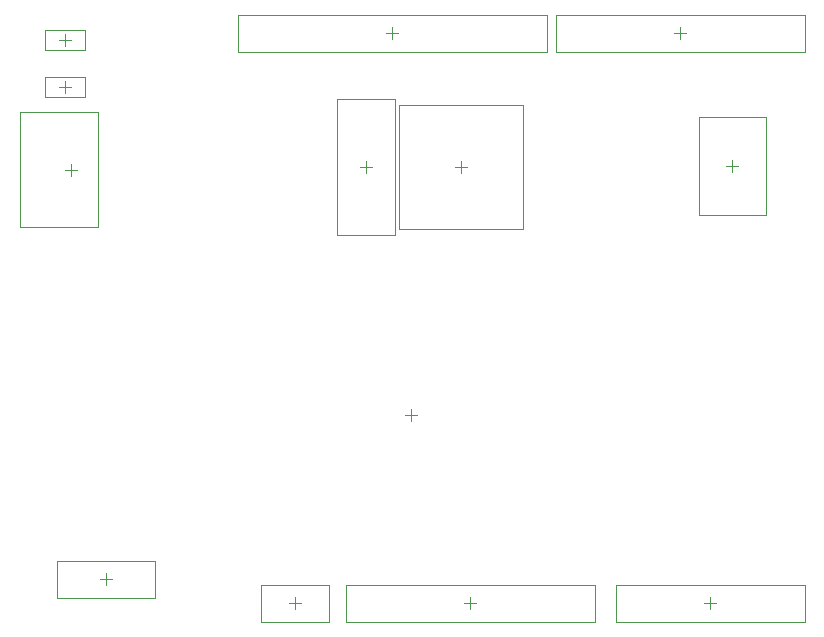
<source format=gbr>
%TF.GenerationSoftware,Altium Limited,Altium Designer,20.2.6 (244)*%
G04 Layer_Color=32768*
%FSLAX26Y26*%
%MOIN*%
%TF.SameCoordinates,5A7C1849-F1A5-4743-A48D-7E663CB7BB3B*%
%TF.FilePolarity,Positive*%
%TF.FileFunction,Other,Mechanical_15*%
%TF.Part,Single*%
G01*
G75*
%TA.AperFunction,NonConductor*%
%ADD54C,0.003937*%
%ADD56C,0.001968*%
D54*
X1251968Y708662D02*
Y748032D01*
X1232284Y728346D02*
X1271653D01*
X1417323Y1535433D02*
Y1574803D01*
X1397638Y1555118D02*
X1437008D01*
X1082677Y1555118D02*
X1122047D01*
X1102362Y1535433D02*
Y1574803D01*
X119685Y1525591D02*
Y1564961D01*
X100000Y1545276D02*
X139370D01*
X98425Y1801181D02*
Y1840551D01*
X78740Y1820866D02*
X118110D01*
X30512Y1854331D02*
X166339D01*
X30512Y1787402D02*
X166339D01*
X30512D02*
Y1854331D01*
X166339Y1787402D02*
Y1854331D01*
X98425Y1958661D02*
Y1998032D01*
X78740Y1978347D02*
X118110D01*
X30512Y2011811D02*
X166339D01*
X30512Y1944882D02*
X166339D01*
X30512D02*
Y2011811D01*
X166339Y1944882D02*
Y2011811D01*
D56*
X846457Y100000D02*
X885827D01*
X866142Y80315D02*
Y119685D01*
X752362Y39173D02*
Y160827D01*
Y39173D02*
X979921D01*
Y160827D01*
X752362D02*
X979921D01*
X1210630Y1348425D02*
X1624016D01*
X1210630Y1761811D02*
X1624016D01*
Y1348425D02*
Y1761811D01*
X1210630Y1348425D02*
Y1761811D01*
X676220Y2060827D02*
X1703779D01*
X676220Y1939173D02*
Y2060827D01*
Y1939173D02*
X1703779D01*
Y2060827D01*
X1190000Y1980315D02*
Y2019685D01*
X1170315Y2000000D02*
X1209685D01*
X2130315D02*
X2169685D01*
X2150000Y1980315D02*
Y2019685D01*
X1736220Y2060827D02*
X2563779D01*
X1736220Y1939173D02*
Y2060827D01*
Y1939173D02*
X2563779D01*
Y2060827D01*
X1936220Y160827D02*
X2563779D01*
X1936220Y39173D02*
Y160827D01*
Y39173D02*
X2563779D01*
Y160827D01*
X2250000Y80315D02*
Y119685D01*
X2230315Y100000D02*
X2269685D01*
X1863779Y39173D02*
Y160827D01*
X1036220Y39173D02*
X1863779D01*
X1036220D02*
Y160827D01*
X1863779D01*
X1450000Y80315D02*
Y119685D01*
X1430315Y100000D02*
X1469685D01*
X1006908Y1782486D02*
X1197810D01*
Y1327757D02*
Y1782486D01*
X1006915Y1327757D02*
X1197810D01*
X1006915D02*
Y1782486D01*
X215315Y180000D02*
X254685D01*
X235000Y160315D02*
Y199685D01*
X71221Y119173D02*
X398779D01*
X71221D02*
Y240827D01*
X398779D01*
Y119173D02*
Y240827D01*
X207284Y1353346D02*
Y1737205D01*
X-51575D02*
X207284D01*
X-51575Y1353346D02*
Y1737205D01*
Y1353346D02*
X207284D01*
X2212008Y1393701D02*
X2433661D01*
Y1721260D01*
X2212008D02*
X2433661D01*
X2212008Y1393701D02*
Y1721260D01*
X2303150Y1557480D02*
X2342520D01*
X2322835Y1537795D02*
Y1577165D01*
%TF.MD5,193dbf91042401f2f768af05b654fa14*%
M02*

</source>
